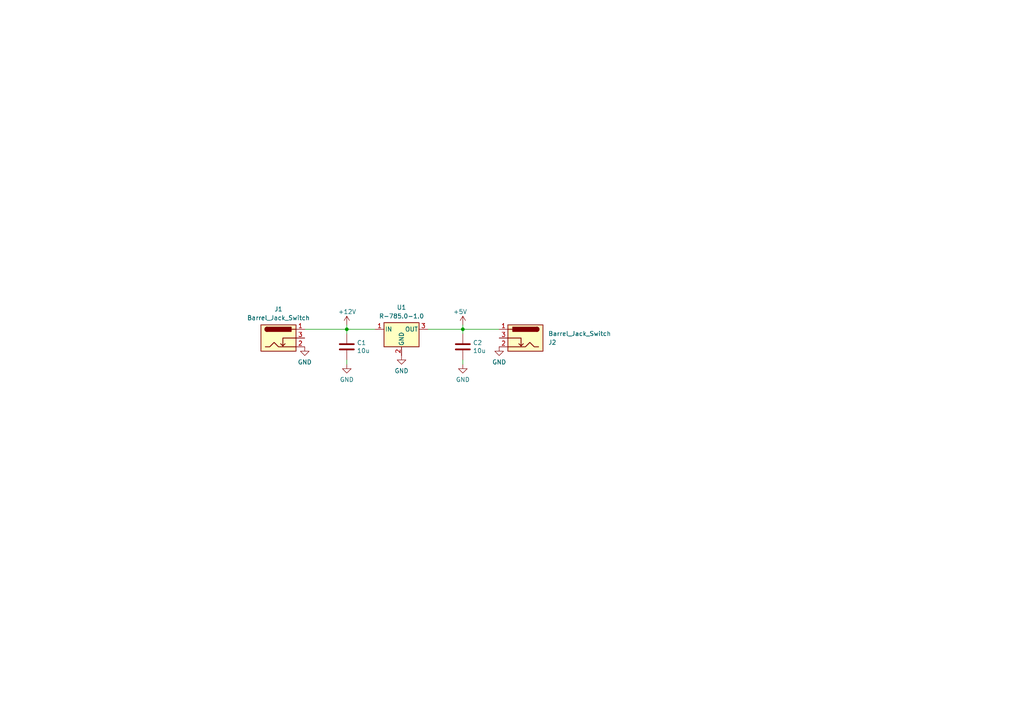
<source format=kicad_sch>
(kicad_sch (version 20230121) (generator eeschema)
  (paper "A4")
  (lib_symbols
    (symbol "Connector:Barrel_Jack_Switch" (pin_names hide)
      (property "Reference" "J" (at 0 5.334 0))
      (property "Value" "Barrel_Jack_Switch" (at 0 -5.08 0))
      (symbol "Barrel_Jack_Switch_0_1"
        (rectangle (start -5.08 3.81) (end 5.08 -3.81) (stroke (width 0.254)) (fill (type background)))
        (arc (start -3.302 3.175) (mid -3.9343 2.54) (end -3.302 1.905) (stroke (width 0.254)))
        (arc (start -3.302 3.175) (mid -3.9343 2.54) (end -3.302 1.905) (stroke (width 0.254)) (fill (type outline)))
        (polyline (pts (xy 1.27 -2.286) (xy 1.905 -1.651)) (stroke (width 0.254)))
        (polyline (pts (xy 5.08 2.54) (xy 3.81 2.54)) (stroke (width 0.254)))
        (polyline (pts (xy 5.08 0) (xy 1.27 0) (xy 1.27 -2.286) (xy 0.635 -1.651)) (stroke (width 0.254)))
        (polyline (pts (xy -3.81 -2.54) (xy -2.54 -2.54) (xy -1.27 -1.27) (xy 0 -2.54) (xy 2.54 -2.54) (xy 5.08 -2.54)) (stroke (width 0.254)))
        (rectangle (start 3.683 3.175) (end -3.302 1.905) (stroke (width 0.254)) (fill (type outline)))
      )
      (symbol "Barrel_Jack_Switch_1_1"
        (pin passive line (at 7.62 2.54 180) (length 2.54) (name "~") (number "1"))
        (pin passive line (at 7.62 -2.54 180) (length 2.54) (name "~") (number "2"))
        (pin passive line (at 7.62 0 180) (length 2.54) (name "~") (number "3"))
      )
    )
    (symbol "Device:C" (pin_numbers hide) (pin_names (offset 0.254))
      (property "Reference" "C" (at 0.635 2.54 0))
      (property "Value" "C" (at 0.635 -2.54 0))
      (symbol "C_0_1"
        (polyline (pts (xy -2.032 -0.762) (xy 2.032 -0.762)) (stroke (width 0.508)))
        (polyline (pts (xy -2.032 0.762) (xy 2.032 0.762)) (stroke (width 0.508)))
      )
      (symbol "C_1_1"
        (pin passive line (at 0 3.81 270) (length 2.794) (name "~") (number "1"))
        (pin passive line (at 0 -3.81 90) (length 2.794) (name "~") (number "2"))
      )
    )
    (symbol "PCM_4ms_Power-symbol:+12V" (power) (pin_names (offset 0))
      (property "Value" "+12V" (at 0 3.556 0))
      (symbol "+12V_0_1"
        (polyline (pts (xy -0.762 1.27) (xy 0 2.54)))
        (polyline (pts (xy 0 0) (xy 0 2.54)))
        (polyline (pts (xy 0 2.54) (xy 0.762 1.27)))
      )
      (symbol "+12V_1_1"
        (pin power_in line (at 0 0 90) (length 0) hide (name "+12V") (number "1"))
      )
    )
    (symbol "Regulator_Switching:R-783.3-1.0" (pin_names (offset 0.254))
      (property "Reference" "U" (at -3.81 3.175 0))
      (property "Value" "R-783.3-1.0" (at 0 3.175 0))
      (symbol "R-783.3-1.0_0_1"
        (rectangle (start -5.08 1.905) (end 5.08 -5.08) (stroke (width 0.254)) (fill (type background)))
      )
      (symbol "R-783.3-1.0_1_1"
        (pin power_in line (at -7.62 0 0) (length 2.54) (name "IN") (number "1"))
        (pin power_in line (at 0 -7.62 90) (length 2.54) (name "GND") (number "2"))
        (pin power_out line (at 7.62 0 180) (length 2.54) (name "OUT") (number "3"))
      )
    )
    (symbol "power:+5V" (power) (pin_names (offset 0))
      (property "Value" "+5V" (at 0 3.556 0))
      (symbol "+5V_0_1"
        (polyline (pts (xy -0.762 1.27) (xy 0 2.54)))
        (polyline (pts (xy 0 0) (xy 0 2.54)))
        (polyline (pts (xy 0 2.54) (xy 0.762 1.27)))
      )
      (symbol "+5V_1_1"
        (pin power_in line (at 0 0 90) (length 0) hide (name "+5V") (number "1"))
      )
    )
    (symbol "power:GND" (power) (pin_names (offset 0))
      (property "Value" "GND" (at 0 -3.81 0))
      (symbol "GND_0_1"
        (polyline (pts (xy 0 0) (xy 0 -1.27) (xy 1.27 -1.27) (xy 0 -2.54) (xy -1.27 -1.27) (xy 0 -1.27)))
      )
      (symbol "GND_1_1"
        (pin power_in line (at 0 0 270) (length 0) hide (name "GND") (number "1"))
      )
    )
  )
  (junction (at 134.239 95.504))
  (junction (at 100.584 95.504))
  (wire (pts (xy 124.079 95.504) (xy 134.239 95.504)))
  (wire (pts (xy 134.239 104.394) (xy 134.239 105.664)))
  (wire (pts (xy 134.239 95.504) (xy 134.239 94.234)))
  (wire (pts (xy 100.584 95.504) (xy 100.584 96.774)))
  (wire (pts (xy 100.584 94.234) (xy 100.584 95.504)))
  (wire (pts (xy 134.239 96.774) (xy 134.239 95.504)))
  (wire (pts (xy 88.392 95.504) (xy 100.584 95.504)))
  (wire (pts (xy 134.239 95.504) (xy 144.78 95.504)))
  (wire (pts (xy 100.584 95.504) (xy 108.839 95.504)))
  (wire (pts (xy 100.584 104.394) (xy 100.584 105.664)))
  (symbol (lib_id "Device:C") (at 134.239 100.584 0) (unit 1)
    (property "Reference" "C2" (at 137.16 99.4156 0) (effects (justify left)))
    (property "Value" "10u" (at 137.16 101.727 0) (effects (justify left)))
    (property "Footprint" "Capacitor_SMD:C_0603_1608Metric" (effects hide))
  )
  (symbol (lib_id "Device:C") (at 100.584 100.584 0) (unit 1)
    (property "Reference" "C1" (at 103.505 99.4156 0) (effects (justify left)))
    (property "Value" "10u" (at 103.505 101.727 0) (effects (justify left)))
    (property "Footprint" "Capacitor_SMD:C_0603_1608Metric" (effects hide))
  )
  (symbol (lib_id "Connector:Barrel_Jack_Switch") (at 152.4 98.044 0) (mirror y) (unit 1)
    (property "Reference" "J2" (at 159.004 99.314 0) (effects (justify right)))
    (property "Value" "Barrel_Jack_Switch" (at 159.004 96.774 0) (effects (justify right)))
    (property "Footprint" "Connector_BarrelJack:BarrelJack_Horizontal" (effects hide))
  )
  (symbol (lib_id "PCM_4ms_Power-symbol:+12V") (at 100.584 94.234 0) (unit 1)
    (property "Reference" "#PWR01" (effects hide))
    (property "Value" "+12V" (at 98.044 90.424 0) (effects (justify left)))
  )
  (symbol (lib_id "Connector:Barrel_Jack_Switch") (at 80.772 98.044 0) (unit 1)
    (property "Reference" "J1" (at 80.772 89.662 0))
    (property "Value" "Barrel_Jack_Switch" (at 80.772 92.202 0))
    (property "Footprint" "Connector_BarrelJack:BarrelJack_Horizontal" (effects hide))
  )
  (symbol (lib_id "power:GND") (at 88.392 100.584 0) (unit 1)
    (property "Reference" "#PWR06" (effects hide))
    (property "Value" "GND" (at 88.392 105.029 0))
  )
  (symbol (lib_id "power:+5V") (at 134.239 94.234 0) (unit 1)
    (property "Reference" "#PWR02" (effects hide))
    (property "Value" "+5V" (at 135.509 90.424 0) (effects (justify right)))
  )
  (symbol (lib_id "power:GND") (at 100.584 105.664 0) (unit 1)
    (property "Reference" "#PWR04" (effects hide))
    (property "Value" "GND" (at 100.584 110.109 0))
  )
  (symbol (lib_id "power:GND") (at 144.78 100.584 0) (unit 1)
    (property "Reference" "#PWR07" (effects hide))
    (property "Value" "GND" (at 144.78 105.029 0))
  )
  (symbol (lib_id "Regulator_Switching:R-783.3-1.0") (at 116.459 95.504 0) (unit 1)
    (property "Reference" "U1" (at 116.459 89.154 0))
    (property "Value" "R-785.0-1.0" (at 116.459 91.694 0))
    (property "Footprint" "Converter_DCDC:Converter_DCDC_RECOM_R-78E-0.5_THT" (effects hide))
    (property "Datasheet" "https://www.recom-power.com/pdf/Innoline/R-78xx-1.0.pdf" (effects hide))
  )
  (symbol (lib_id "power:GND") (at 134.239 105.664 0) (unit 1)
    (property "Reference" "#PWR05" (effects hide))
    (property "Value" "GND" (at 134.239 110.109 0))
  )
  (symbol (lib_id "power:GND") (at 116.459 103.124 0) (unit 1)
    (property "Reference" "#PWR03" (effects hide))
    (property "Value" "GND" (at 116.459 107.569 0))
  )
)
</source>
